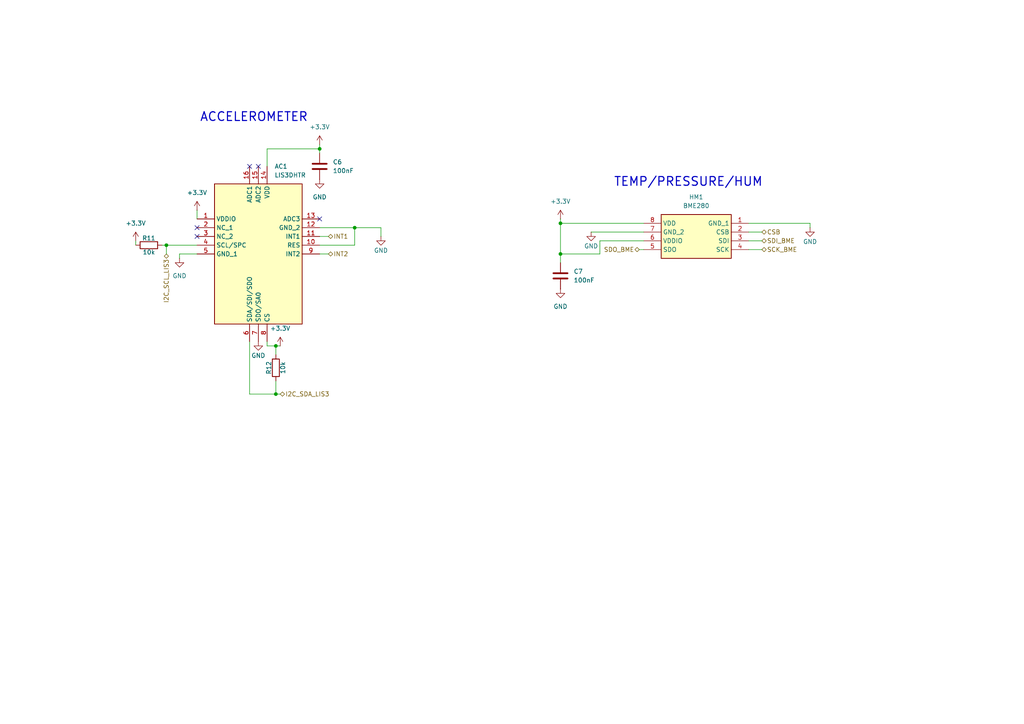
<source format=kicad_sch>
(kicad_sch (version 20250114) (generator "eeschema") (generator_version "9.0")
  (paper "A4")
  (lib_symbols
    (symbol "BME280:BME280"
      (property "Reference" "HM" (at 26.67 7.62 0))
      (property "Value" "BME280" (at 26.67 5.08 0))
      (symbol "BME280_1_1"
        (rectangle (start 5.08 2.54) (end 25.4 -10.16) (stroke (width 0.254)) (fill (type background)))
        (pin power_in line (at 0 0 0) (length 5.08) (name "VDD") (number "8"))
        (pin power_in line (at 0 -2.54 0) (length 5.08) (name "GND_2") (number "7"))
        (pin power_in line (at 0 -5.08 0) (length 5.08) (name "VDDIO") (number "6"))
        (pin passive line (at 0 -7.62 0) (length 5.08) (name "SDO") (number "5"))
        (pin power_in line (at 30.48 0 180) (length 5.08) (name "GND_1") (number "1"))
        (pin input line (at 30.48 -2.54 180) (length 5.08) (name "CSB") (number "2"))
        (pin passive line (at 30.48 -5.08 180) (length 5.08) (name "SDI") (number "3"))
        (pin passive line (at 30.48 -7.62 180) (length 5.08) (name "SCK") (number "4"))
      )
    )
    (symbol "Device:C" (pin_numbers (hide yes)) (pin_names (offset 0.254))
      (property "Reference" "C" (at 0.635 2.54 0))
      (property "Value" "C" (at 0.635 -2.54 0))
      (symbol "C_0_1"
        (polyline (pts (xy -2.032 0.762) (xy 2.032 0.762)) (stroke (width 0.508)))
        (polyline (pts (xy -2.032 -0.762) (xy 2.032 -0.762)) (stroke (width 0.508)))
      )
      (symbol "C_1_1"
        (pin passive line (at 0 3.81 270) (length 2.794) (name "~") (number "1"))
        (pin passive line (at 0 -3.81 90) (length 2.794) (name "~") (number "2"))
      )
    )
    (symbol "Device:R" (pin_numbers (hide yes)) (pin_names (offset 0))
      (property "Reference" "R" (at 2.032 0 90))
      (property "Value" "R" (at 0 0 90))
      (symbol "R_0_1"
        (rectangle (start -1.016 -2.54) (end 1.016 2.54) (stroke (width 0.254)))
      )
      (symbol "R_1_1"
        (pin passive line (at 0 3.81 270) (length 1.27) (name "~") (number "1"))
        (pin passive line (at 0 -3.81 90) (length 1.27) (name "~") (number "2"))
      )
    )
    (symbol "LIS3DHTR:LIS3DHTR"
      (property "Reference" "AC" (at 31.75 15.24 0))
      (property "Value" "LIS3DHTR" (at 31.75 12.7 0))
      (symbol "LIS3DHTR_1_1"
        (rectangle (start 5.08 10.16) (end 30.48 -30.48) (stroke (width 0.254)) (fill (type background)))
        (pin power_in line (at 0 0 0) (length 5.08) (name "VDDIO") (number "1"))
        (pin passive line (at 0 -2.54 0) (length 5.08) (name "NC_1") (number "2"))
        (pin passive line (at 0 -5.08 0) (length 5.08) (name "NC_2") (number "3"))
        (pin passive line (at 0 -7.62 0) (length 5.08) (name "SCL/SPC") (number "4"))
        (pin power_in line (at 0 -10.16 0) (length 5.08) (name "GND_1") (number "5"))
        (pin passive line (at 15.24 15.24 270) (length 5.08) (name "ADC1") (number "16"))
        (pin passive line (at 15.24 -35.56 90) (length 5.08) (name "SDA/SDI/SDO") (number "6"))
        (pin passive line (at 17.78 15.24 270) (length 5.08) (name "ADC2") (number "15"))
        (pin passive line (at 17.78 -35.56 90) (length 5.08) (name "SDO/SA0") (number "7"))
        (pin power_in line (at 20.32 15.24 270) (length 5.08) (name "VDD") (number "14"))
        (pin input line (at 20.32 -35.56 90) (length 5.08) (name "CS") (number "8"))
        (pin passive line (at 35.56 0 180) (length 5.08) (name "ADC3") (number "13"))
        (pin power_in line (at 35.56 -2.54 180) (length 5.08) (name "GND_2") (number "12"))
        (pin input line (at 35.56 -5.08 180) (length 5.08) (name "INT1") (number "11"))
        (pin passive line (at 35.56 -7.62 180) (length 5.08) (name "RES") (number "10"))
        (pin input line (at 35.56 -10.16 180) (length 5.08) (name "INT2") (number "9"))
      )
    )
    (symbol "power:+3.3V" (power) (pin_numbers (hide yes)) (pin_names (offset 0) (hide yes))
      (property "Value" "+3.3V" (at 0 3.556 0))
      (symbol "+3.3V_0_1"
        (polyline (pts (xy -0.762 1.27) (xy 0 2.54)))
        (polyline (pts (xy 0 2.54) (xy 0.762 1.27)))
        (polyline (pts (xy 0 0) (xy 0 2.54)))
      )
      (symbol "+3.3V_1_1"
        (pin power_in line (at 0 0 90) (length 0) (name "~") (number "1"))
      )
    )
    (symbol "power:GND" (power) (pin_numbers (hide yes)) (pin_names (offset 0) (hide yes))
      (property "Value" "GND" (at 0 -3.81 0))
      (symbol "GND_0_1"
        (polyline (pts (xy 0 0) (xy 0 -1.27) (xy 1.27 -1.27) (xy 0 -2.54) (xy -1.27 -1.27) (xy 0 -1.27)))
      )
      (symbol "GND_1_1"
        (pin power_in line (at 0 0 270) (length 0) (name "~") (number "1"))
      )
    )
  )
  (text "ACCELEROMETER\n" (exclude_from_sim yes) (at 73.66 34.036 0) (effects (font (size 2.54 2.54) (thickness 0.3175))))
  (text "TEMP/PRESSURE/HUM\n" (exclude_from_sim yes) (at 199.644 52.832 0) (effects (font (size 2.54 2.54) (thickness 0.3175))))
  (junction (at 102.87 66.04))
  (junction (at 80.01 100.33))
  (junction (at 92.71 43.18))
  (junction (at 162.56 73.66))
  (junction (at 162.56 64.77))
  (junction (at 80.01 114.3))
  (junction (at 48.26 71.12))
  (no_connect (at 72.39 48.26))
  (no_connect (at 74.93 48.26))
  (no_connect (at 57.15 68.58))
  (no_connect (at 57.15 66.04))
  (no_connect (at 92.71 63.5))
  (wire (pts (xy 81.28 114.3) (xy 80.01 114.3)))
  (wire (pts (xy 217.17 69.85) (xy 220.98 69.85)))
  (wire (pts (xy 185.42 72.39) (xy 186.69 72.39)))
  (wire (pts (xy 72.39 114.3) (xy 72.39 99.06)))
  (wire (pts (xy 92.71 66.04) (xy 102.87 66.04)))
  (wire (pts (xy 162.56 64.77) (xy 162.56 73.66)))
  (wire (pts (xy 80.01 102.87) (xy 80.01 100.33)))
  (wire (pts (xy 162.56 73.66) (xy 162.56 76.2)))
  (wire (pts (xy 77.47 100.33) (xy 80.01 100.33)))
  (wire (pts (xy 48.26 71.12) (xy 48.26 73.66)))
  (wire (pts (xy 92.71 71.12) (xy 102.87 71.12)))
  (wire (pts (xy 173.99 69.85) (xy 173.99 73.66)))
  (wire (pts (xy 171.45 67.31) (xy 186.69 67.31)))
  (wire (pts (xy 234.95 64.77) (xy 217.17 64.77)))
  (wire (pts (xy 162.56 64.77) (xy 186.69 64.77)))
  (wire (pts (xy 234.95 66.04) (xy 234.95 64.77)))
  (wire (pts (xy 48.26 71.12) (xy 57.15 71.12)))
  (wire (pts (xy 217.17 72.39) (xy 220.98 72.39)))
  (wire (pts (xy 77.47 100.33) (xy 77.47 99.06)))
  (wire (pts (xy 72.39 114.3) (xy 80.01 114.3)))
  (wire (pts (xy 92.71 68.58) (xy 95.25 68.58)))
  (wire (pts (xy 110.49 68.58) (xy 110.49 66.04)))
  (wire (pts (xy 77.47 48.26) (xy 77.47 43.18)))
  (wire (pts (xy 186.69 69.85) (xy 173.99 69.85)))
  (wire (pts (xy 92.71 73.66) (xy 95.25 73.66)))
  (wire (pts (xy 80.01 110.49) (xy 80.01 114.3)))
  (wire (pts (xy 217.17 67.31) (xy 220.98 67.31)))
  (wire (pts (xy 80.01 100.33) (xy 81.28 100.33)))
  (wire (pts (xy 57.15 60.96) (xy 57.15 63.5)))
  (wire (pts (xy 162.56 73.66) (xy 173.99 73.66)))
  (wire (pts (xy 102.87 71.12) (xy 102.87 66.04)))
  (wire (pts (xy 46.99 71.12) (xy 48.26 71.12)))
  (wire (pts (xy 102.87 66.04) (xy 110.49 66.04)))
  (wire (pts (xy 162.56 63.5) (xy 162.56 64.77)))
  (wire (pts (xy 92.71 43.18) (xy 92.71 41.91)))
  (wire (pts (xy 39.37 69.85) (xy 39.37 71.12)))
  (wire (pts (xy 52.07 73.66) (xy 57.15 73.66)))
  (wire (pts (xy 92.71 44.45) (xy 92.71 43.18)))
  (wire (pts (xy 52.07 74.93) (xy 52.07 73.66)))
  (wire (pts (xy 77.47 43.18) (xy 92.71 43.18)))
  (hierarchical_label "INT1" (shape bidirectional) (at 95.25 68.58 0))
  (hierarchical_label "SDI_BME" (shape bidirectional) (at 220.98 69.85 0))
  (hierarchical_label "I2C_SDA_LIS3" (shape bidirectional) (at 81.28 114.3 0))
  (hierarchical_label "SDO_BME" (shape bidirectional) (at 185.42 72.39 180))
  (hierarchical_label "I2C_SCL_LIS3" (shape bidirectional) (at 48.26 73.66 270))
  (hierarchical_label "CSB" (shape bidirectional) (at 220.98 67.31 0))
  (hierarchical_label "SCK_BME" (shape bidirectional) (at 220.98 72.39 0))
  (hierarchical_label "INT2" (shape bidirectional) (at 95.25 73.66 0))
  (symbol (lib_id "power:+3.3V") (at 162.56 63.5 0) (unit 1)
    (property "Reference" "#PWR036" (effects (hide yes)))
    (property "Value" "+3.3V" (at 162.56 58.42 0))
    (property "Description" "Power symbol creates a global label with name \"+3.3V\"" (effects (hide yes)))
  )
  (symbol (lib_id "power:+3.3V") (at 39.37 69.85 0) (unit 1)
    (property "Reference" "#PWR028" (effects (hide yes)))
    (property "Value" "+3.3V" (at 39.37 64.77 0))
    (property "Description" "Power symbol creates a global label with name \"+3.3V\"" (effects (hide yes)))
  )
  (symbol (lib_id "Device:C") (at 162.56 80.01 0) (unit 1)
    (property "Reference" "C7" (at 166.37 78.7399 0) (effects (justify left)))
    (property "Value" "100nF" (at 166.37 81.2799 0) (effects (justify left)))
    (property "Footprint" "C3216C0G2J102G085AA:CAPC3216X180N" (effects (hide yes)))
    (property "Description" "Unpolarized capacitor" (effects (hide yes)))
  )
  (symbol (lib_id "power:+3.3V") (at 81.28 100.33 0) (unit 1)
    (property "Reference" "#PWR032" (effects (hide yes)))
    (property "Value" "+3.3V" (at 81.28 95.25 0))
    (property "Description" "Power symbol creates a global label with name \"+3.3V\"" (effects (hide yes)))
  )
  (symbol (lib_id "LIS3DHTR:LIS3DHTR") (at 57.15 63.5 0) (unit 1)
    (property "Reference" "AC1" (at 79.6133 48.26 0) (effects (justify left)))
    (property "Value" "LIS3DHTR" (at 79.6133 50.8 0) (effects (justify left)))
    (property "Footprint" "LIS3DHTR:LIS3DHTR" (effects (hide yes)))
    (property "Datasheet" "http://www.st.com/content/ccc/resource/technical/document/datasheet/3c/ae/50/85/d6/b1/46/fe/CD00274221.pdf/files/CD00274221.pdf/jcr:content/translations/en.CD00274221.pdf" (effects (hide yes)))
    (property "Description" "Accelerometer 3-Axis 2g/16g 1.8V LGA16 STMicroelectronics LIS3DHTR Accelerometer IC, 3-axis, I2C, SPI 1.71  3.6 V, 16-Pin LGA" (effects (hide yes)))
    (property "Height" "1" (effects (hide yes)))
    (property "Mouser Part Number" "511-LIS3DHTR" (effects (hide yes)))
    (property "Mouser Price/Stock" "https://www.mouser.co.uk/ProductDetail/STMicroelectronics/LIS3DHTR?qs=6la6oa3D8xzhXYax3cEo4w%3D%3D" (effects (hide yes)))
    (property "Manufacturer_Name" "STMicroelectronics" (effects (hide yes)))
    (property "Manufacturer_Part_Number" "LIS3DHTR" (effects (hide yes)))
  )
  (symbol (lib_id "BME280:BME280") (at 186.69 64.77 0) (unit 1)
    (property "Reference" "HM1" (at 201.93 57.15 0))
    (property "Value" "BME280" (at 201.93 59.69 0))
    (property "Footprint" "BME280:BME280" (effects (hide yes)))
    (property "Datasheet" "https://datasheet.datasheetarchive.com/originals/distributors/DKDS-24/462906.pdf" (effects (hide yes)))
    (property "Description" "Board Mount Humidity Sensors" (effects (hide yes)))
    (property "Mouser Part Number" "262-BME280" (effects (hide yes)))
    (property "Mouser Price/Stock" "https://www.mouser.co.uk/ProductDetail/Bosch-Sensortec/BME280?qs=2OnyuXx6vpj2fK9HX7qb3g%3D%3D" (effects (hide yes)))
    (property "Manufacturer_Name" "BOSCH" (effects (hide yes)))
    (property "Manufacturer_Part_Number" "BME280" (effects (hide yes)))
  )
  (symbol (lib_id "power:GND") (at 74.93 99.06 0) (unit 1)
    (property "Reference" "#PWR031" (effects (hide yes)))
    (property "Value" "GND" (at 74.93 103.124 0))
    (property "Description" "Power symbol creates a global label with name \"GND\" , ground" (effects (hide yes)))
  )
  (symbol (lib_id "power:GND") (at 171.45 67.31 0) (unit 1)
    (property "Reference" "#PWR038" (effects (hide yes)))
    (property "Value" "GND" (at 171.45 71.374 0))
    (property "Description" "Power symbol creates a global label with name \"GND\" , ground" (effects (hide yes)))
  )
  (symbol (lib_id "power:+3.3V") (at 57.15 60.96 0) (unit 1)
    (property "Reference" "#PWR030" (effects (hide yes)))
    (property "Value" "+3.3V" (at 57.15 55.88 0))
    (property "Description" "Power symbol creates a global label with name \"+3.3V\"" (effects (hide yes)))
  )
  (symbol (lib_id "power:GND") (at 52.07 74.93 0) (unit 1)
    (property "Reference" "#PWR029" (effects (hide yes)))
    (property "Value" "GND" (at 52.07 80.01 0))
    (property "Description" "Power symbol creates a global label with name \"GND\" , ground" (effects (hide yes)))
  )
  (symbol (lib_id "power:+3.3V") (at 92.71 41.91 0) (unit 1)
    (property "Reference" "#PWR033" (effects (hide yes)))
    (property "Value" "+3.3V" (at 92.71 36.83 0))
    (property "Description" "Power symbol creates a global label with name \"+3.3V\"" (effects (hide yes)))
  )
  (symbol (lib_id "power:GND") (at 110.49 68.58 0) (unit 1)
    (property "Reference" "#PWR035" (effects (hide yes)))
    (property "Value" "GND" (at 110.49 72.644 0))
    (property "Description" "Power symbol creates a global label with name \"GND\" , ground" (effects (hide yes)))
  )
  (symbol (lib_id "power:GND") (at 234.95 66.04 0) (unit 1)
    (property "Reference" "#PWR039" (effects (hide yes)))
    (property "Value" "GND" (at 234.95 70.104 0))
    (property "Description" "Power symbol creates a global label with name \"GND\" , ground" (effects (hide yes)))
  )
  (symbol (lib_id "Device:C") (at 92.71 48.26 0) (unit 1)
    (property "Reference" "C6" (at 96.52 46.9899 0) (effects (justify left)))
    (property "Value" "100nF" (at 96.52 49.5299 0) (effects (justify left)))
    (property "Footprint" "C3216C0G2J102G085AA:CAPC3216X180N" (effects (hide yes)))
    (property "Description" "Unpolarized capacitor" (effects (hide yes)))
  )
  (symbol (lib_id "power:GND") (at 162.56 83.82 0) (unit 1)
    (property "Reference" "#PWR037" (effects (hide yes)))
    (property "Value" "GND" (at 162.56 88.9 0))
    (property "Description" "Power symbol creates a global label with name \"GND\" , ground" (effects (hide yes)))
  )
  (symbol (lib_id "power:GND") (at 92.71 52.07 0) (unit 1)
    (property "Reference" "#PWR034" (effects (hide yes)))
    (property "Value" "GND" (at 92.71 57.15 0))
    (property "Description" "Power symbol creates a global label with name \"GND\" , ground" (effects (hide yes)))
  )
  (symbol (lib_id "Device:R") (at 80.01 106.68 180) (unit 1)
    (property "Reference" "R12" (at 77.978 106.68 90))
    (property "Value" "10k" (at 82.042 106.68 90))
    (property "Footprint" "CRCW120625R5FKEAHP:RESC3116X65N" (effects (hide yes)))
    (property "Description" "Resistor" (effects (hide yes)))
  )
  (symbol (lib_id "Device:R") (at 43.18 71.12 90) (unit 1)
    (property "Reference" "R11" (at 43.18 69.088 90))
    (property "Value" "10k" (at 43.18 73.152 90))
    (property "Footprint" "CRCW120625R5FKEAHP:RESC3116X65N" (effects (hide yes)))
    (property "Description" "Resistor" (effects (hide yes)))
  )
)
</source>
